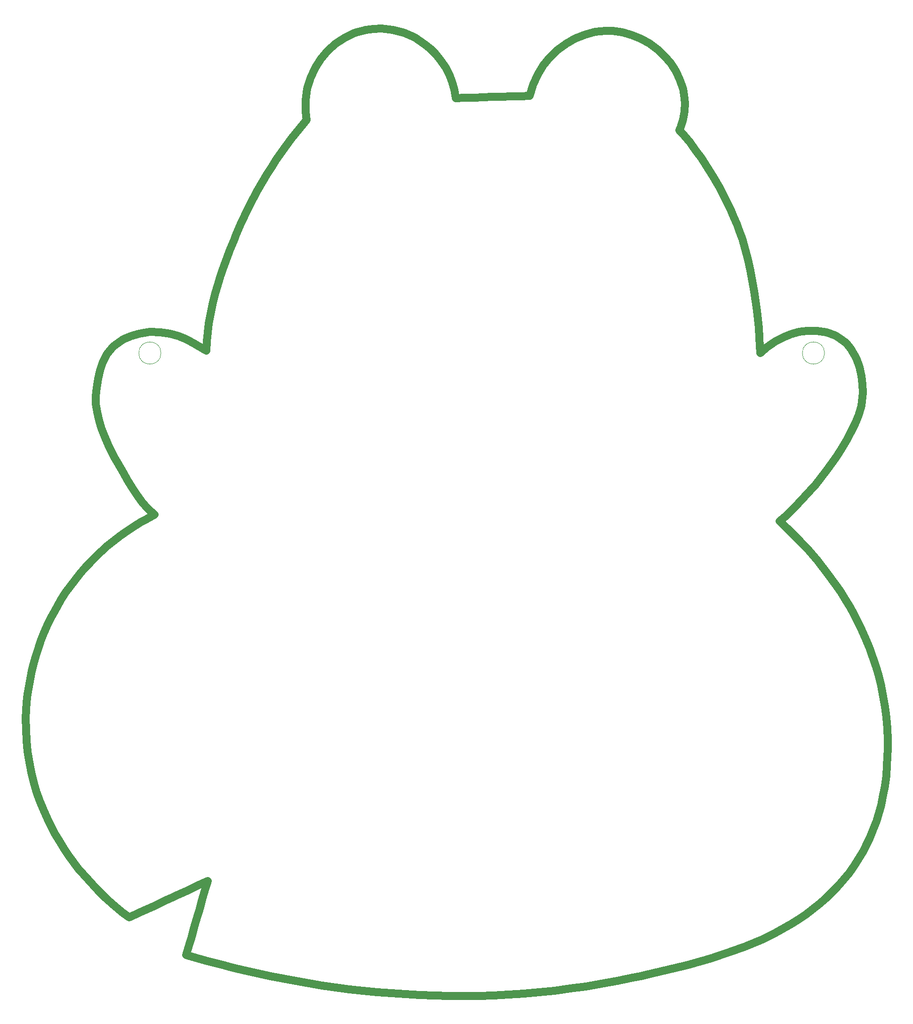
<source format=gbr>
%TF.GenerationSoftware,KiCad,Pcbnew,7.0.2-0*%
%TF.CreationDate,2023-06-19T18:33:07-07:00*%
%TF.ProjectId,FrogBadge,46726f67-4261-4646-9765-2e6b69636164,1.1*%
%TF.SameCoordinates,Original*%
%TF.FileFunction,Profile,NP*%
%FSLAX46Y46*%
G04 Gerber Fmt 4.6, Leading zero omitted, Abs format (unit mm)*
G04 Created by KiCad (PCBNEW 7.0.2-0) date 2023-06-19 18:33:07*
%MOMM*%
%LPD*%
G01*
G04 APERTURE LIST*
%ADD10C,1.400000*%
%TA.AperFunction,Profile*%
%ADD11C,0.100000*%
%TD*%
G04 APERTURE END LIST*
D10*
X345861612Y-244386165D02*
X345980490Y-242944248D01*
X346214038Y-241301672D01*
X346558119Y-239828872D01*
X347095299Y-238315045D01*
X347874798Y-236852564D01*
X348945841Y-235533805D01*
X350357650Y-234451143D01*
X350769616Y-234228193D01*
X349310440Y-255629719D02*
X348630345Y-254398210D01*
X348001865Y-253123007D01*
X347312157Y-251533600D01*
X346813941Y-250192129D01*
X346378229Y-248766831D01*
X346046572Y-247297524D01*
X345860516Y-245824029D01*
X345861612Y-244386165D01*
X333249370Y-302334318D02*
X333306466Y-300886445D01*
X333412072Y-299448390D01*
X333565630Y-298021140D01*
X333766581Y-296605682D01*
X334014368Y-295203004D01*
X334308433Y-293814091D01*
X334648219Y-292439932D01*
X335033166Y-291081513D01*
X335462718Y-289739822D01*
X335936316Y-288415845D01*
X336453403Y-287110569D01*
X337013420Y-285824982D01*
X337615810Y-284560070D01*
X338260016Y-283316821D01*
X339671639Y-280899259D01*
X340437942Y-279726920D01*
X341243828Y-278580192D01*
X342088740Y-277460062D01*
X342972119Y-276367516D01*
X343893408Y-275303543D01*
X344852049Y-274269128D01*
X345847484Y-273265260D01*
X346879155Y-272292924D01*
X347946505Y-271353109D01*
X349048975Y-270446801D01*
X350186007Y-269574987D01*
X351357044Y-268738654D01*
X352561528Y-267938790D01*
X353798900Y-267176381D01*
X355068604Y-266452415D01*
X356370081Y-265767878D01*
X371086098Y-215412094D02*
X371826241Y-213683516D01*
X372589519Y-212013755D01*
X373372470Y-210402707D01*
X374171633Y-208850270D01*
X374983548Y-207356341D01*
X375804755Y-205920818D01*
X376631792Y-204543598D01*
X377461199Y-203224577D01*
X378289516Y-201963654D01*
X379113282Y-200760725D01*
X379929037Y-199615688D01*
X381130076Y-198006455D01*
X382293624Y-196526900D01*
X383408000Y-195176678D01*
X383766514Y-194755285D01*
X365719069Y-236273428D02*
X365829276Y-234608253D01*
X365980578Y-232978034D01*
X366186893Y-231349860D01*
X366462138Y-229690820D01*
X366820230Y-227968005D01*
X367275085Y-226148504D01*
X367840621Y-224199406D01*
X368286007Y-222811757D01*
X368790894Y-221342131D01*
X369359404Y-219780778D01*
X369995663Y-218117946D01*
X370703792Y-216343883D01*
X371086098Y-215412094D01*
X468848019Y-266951853D02*
X470166925Y-268144619D01*
X471326062Y-269255264D01*
X472663028Y-270612183D01*
X474138340Y-272210146D01*
X475712514Y-274043922D01*
X477346068Y-276108282D01*
X478999517Y-278397997D01*
X479821365Y-279625729D01*
X480633380Y-280907837D01*
X481430628Y-282243669D01*
X482208173Y-283632572D01*
X482961080Y-285073890D01*
X483684413Y-286566972D01*
X484373237Y-288111162D01*
X485022616Y-289705807D01*
X485627616Y-291350254D01*
X486183300Y-293043848D01*
X486684734Y-294785937D01*
X487126981Y-296575866D01*
X487505107Y-298412981D01*
X487814177Y-300296629D01*
X488049254Y-302226157D01*
X488205403Y-304200910D01*
X488277690Y-306220235D01*
D11*
X476980000Y-236728000D02*
G75*
G03*
X476980000Y-236728000I-2000000J0D01*
G01*
D10*
X362087088Y-344875046D02*
X362572830Y-343213295D01*
X363058572Y-341551547D01*
X363544315Y-339889802D01*
X364030057Y-338228057D01*
X364515799Y-336566312D01*
X365001542Y-334904567D01*
X365487284Y-333242819D01*
X365973027Y-331581069D01*
X438783155Y-178802507D02*
X440567638Y-179040334D01*
X442287788Y-179509400D01*
X443924587Y-180189529D01*
X445459011Y-181060542D01*
X446872043Y-182102261D01*
X448144661Y-183294509D01*
X449257844Y-184617109D01*
X450192573Y-186049882D01*
X450929828Y-187572650D01*
X451450587Y-189165237D01*
X451668092Y-190255786D01*
X351860947Y-338125803D02*
X350666980Y-337247592D01*
X349001250Y-335882208D01*
X347619618Y-334640992D01*
X346080580Y-333138478D01*
X344435146Y-331377638D01*
X342734326Y-329361448D01*
X341029128Y-327092882D01*
X340190828Y-325864887D01*
X339370562Y-324574913D01*
X338574706Y-323223332D01*
X337809637Y-321810516D01*
X337081730Y-320336835D01*
X336397363Y-318802663D01*
X335762910Y-317208371D01*
X335184749Y-315554331D01*
X334669255Y-313840913D01*
X334222804Y-312068491D01*
X333851773Y-310237436D01*
X333562538Y-308348119D01*
X333361475Y-306400912D01*
X333254960Y-304396188D01*
X333249370Y-302334318D01*
X488277690Y-306220235D02*
X488287554Y-307823501D01*
X488262287Y-309258729D01*
X488185073Y-310870022D01*
X488034360Y-312636269D01*
X487788594Y-314536356D01*
X487426222Y-316549171D01*
X487109216Y-317943249D01*
X486724420Y-319371789D01*
X486265448Y-320828536D01*
X485725914Y-322307235D01*
X485099432Y-323801630D01*
X484379615Y-325305465D01*
X483982711Y-326058968D01*
X383766514Y-194755285D02*
X383579085Y-193340559D01*
X383564607Y-191252445D01*
X383851057Y-189229011D01*
X384416983Y-187297157D01*
X385240931Y-185483783D01*
X386301448Y-183815788D01*
X387577081Y-182320072D01*
X389046375Y-181023533D01*
X390687879Y-179953072D01*
X392480139Y-179135588D01*
X394401702Y-178597981D01*
X442464573Y-348965494D02*
X439619446Y-349549997D01*
X436787388Y-350072576D01*
X433969242Y-350534829D01*
X431165852Y-350938351D01*
X428378061Y-351284739D01*
X425606713Y-351575591D01*
X422852652Y-351812502D01*
X420116721Y-351997070D01*
X417399765Y-352130891D01*
X414702626Y-352215562D01*
X412026149Y-352252680D01*
X409371177Y-352243841D01*
X406738554Y-352190641D01*
X404129123Y-352094679D01*
X401543728Y-351957549D01*
X398983214Y-351780850D01*
X396448423Y-351566177D01*
X393940199Y-351315128D01*
X391459386Y-351029299D01*
X389006828Y-350710287D01*
X386583368Y-350359688D01*
X384189850Y-349979099D01*
X381827117Y-349570118D01*
X379496014Y-349134339D01*
X377197384Y-348673361D01*
X374932071Y-348188781D01*
X372700918Y-347682193D01*
X370504769Y-347155196D01*
X368344468Y-346609386D01*
X366220858Y-346046360D01*
X364134783Y-345467714D01*
X362087088Y-344875046D01*
X451668092Y-190255786D02*
X451787221Y-191700202D01*
X451708927Y-193260363D01*
X451462738Y-194658572D01*
X451064823Y-196021379D01*
X450850000Y-196596000D01*
X423852994Y-190460306D02*
X424460699Y-188489497D01*
X425296653Y-186659166D01*
X426338566Y-184983558D01*
X427564152Y-183476920D01*
X428951122Y-182153498D01*
X430477191Y-181027536D01*
X432120069Y-180113282D01*
X433857470Y-179424980D01*
X435667106Y-178976877D01*
X437526690Y-178783219D01*
X438783155Y-178802507D01*
X394401702Y-178597981D02*
X395810536Y-178402827D01*
X397214663Y-178366043D01*
X399289296Y-178593708D01*
X401294886Y-179141440D01*
X403196362Y-179987476D01*
X404958654Y-181110058D01*
X406038871Y-182001337D01*
X407031250Y-182999405D01*
X407925399Y-184097817D01*
X408710928Y-185290123D01*
X409377444Y-186569877D01*
X409914557Y-187930632D01*
X410311874Y-189365939D01*
X410559006Y-190869352D01*
X479074160Y-255294059D02*
X478240753Y-256501005D01*
X477290748Y-257803416D01*
X476218893Y-259189312D01*
X475331878Y-260276317D01*
X474371151Y-261398491D01*
X473334496Y-262550782D01*
X472219698Y-263728136D01*
X471024541Y-264925501D01*
X469746809Y-266137824D01*
X468848019Y-266951853D01*
X410559006Y-190869352D02*
X412220754Y-190818222D01*
X413882502Y-190767092D01*
X415544251Y-190715961D01*
X417206000Y-190664831D01*
X418867748Y-190613700D01*
X420529497Y-190562569D01*
X422191245Y-190511437D01*
X423852994Y-190460306D01*
X356370081Y-265767878D02*
X355235521Y-264701891D01*
X354149947Y-263431756D01*
X353299657Y-262274278D01*
X352451403Y-260995774D01*
X351592155Y-259600524D01*
X350708885Y-258092807D01*
X349788565Y-256476903D01*
X349310440Y-255629719D01*
X483982711Y-326058968D02*
X483164686Y-327477370D01*
X482289555Y-328832112D01*
X481359936Y-330125026D01*
X480378445Y-331357945D01*
X479347700Y-332532704D01*
X478270319Y-333651136D01*
X477148920Y-334715073D01*
X475986120Y-335726349D01*
X474784538Y-336686798D01*
X473546789Y-337598253D01*
X472275493Y-338462547D01*
X470973267Y-339281514D01*
X469642728Y-340056987D01*
X468286495Y-340790800D01*
X466907184Y-341484785D01*
X465507413Y-342140776D01*
X464089801Y-342760607D01*
X462656964Y-343346110D01*
X461211521Y-343899120D01*
X459756088Y-344421469D01*
X458293284Y-344914992D01*
X456825726Y-345381520D01*
X455356033Y-345822889D01*
X453886820Y-346240930D01*
X452420707Y-346637478D01*
X450960311Y-347014365D01*
X449508249Y-347373426D01*
X448067139Y-347716493D01*
X446639599Y-348045400D01*
X445228246Y-348361980D01*
X443835698Y-348668067D01*
X442464573Y-348965494D01*
X365973027Y-331581069D02*
X364650018Y-332194639D01*
X363327010Y-332808208D01*
X362004002Y-333421777D01*
X360680995Y-334035345D01*
X359357987Y-334648913D01*
X358034980Y-335262481D01*
X356711972Y-335876049D01*
X355388965Y-336489617D01*
X354065958Y-337103186D01*
X352742951Y-337716756D01*
X351860947Y-338125803D01*
X479687732Y-234023673D02*
X480827318Y-234943645D01*
X481737433Y-236008573D01*
X482637660Y-237576776D01*
X483234809Y-239217435D01*
X483588808Y-240824696D01*
X483759583Y-242292708D01*
X483806689Y-243770644D01*
X483778191Y-244658866D01*
X350769616Y-234228193D02*
X352190076Y-233615063D01*
X353572725Y-233199062D01*
X355563144Y-232898584D01*
X357435937Y-232923118D01*
X359171575Y-233201547D01*
X360750526Y-233662753D01*
X362153261Y-234235619D01*
X363715705Y-235050216D01*
X365108870Y-235913008D01*
X365719069Y-236273428D01*
X461485193Y-214389482D02*
X462116796Y-216184346D01*
X462676528Y-218038244D01*
X463168681Y-219927055D01*
X463597551Y-221826654D01*
X463967432Y-223712918D01*
X464282619Y-225561724D01*
X464547407Y-227348949D01*
X464766089Y-229050469D01*
X464942962Y-230642161D01*
X465082319Y-232099901D01*
X465230407Y-233982584D01*
X465318242Y-235428184D01*
X465371132Y-236682469D01*
X483778191Y-244658866D02*
X483553300Y-246208665D01*
X483060010Y-247860946D01*
X482485497Y-249290329D01*
X481660512Y-250997046D01*
X480849584Y-252466841D01*
X479852246Y-254105329D01*
X479074160Y-255294059D01*
D11*
X357600000Y-236728000D02*
G75*
G03*
X357600000Y-236728000I-2000000J0D01*
G01*
D10*
X465371132Y-236682469D02*
X466664715Y-235572588D01*
X468022624Y-234639574D01*
X469426072Y-233883841D01*
X470856273Y-233305799D01*
X472294442Y-232905863D01*
X473721792Y-232684443D01*
X475575627Y-232667625D01*
X477332302Y-232969881D01*
X478947288Y-233592192D01*
X479687732Y-234023673D01*
X450850000Y-196596000D02*
X451760424Y-197673709D01*
X452723760Y-198872937D01*
X453727897Y-200193905D01*
X454760723Y-201636834D01*
X455810125Y-203201945D01*
X456863992Y-204889460D01*
X457910212Y-206699600D01*
X458597463Y-207974595D01*
X459272343Y-209304253D01*
X459931263Y-210688641D01*
X460570636Y-212127823D01*
X461186872Y-213621867D01*
X461485193Y-214389482D01*
M02*

</source>
